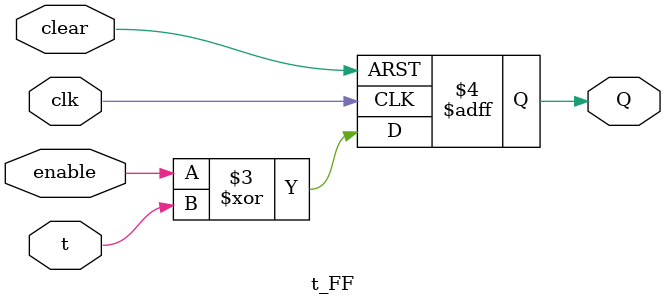
<source format=v>
`timescale 1ns/1ns

module t_FF(input clk, clear, enable, t, output reg Q);	
	always @(posedge clk, negedge clear)
	begin 
		if (!clear)
			Q <= 0;
		else
			Q <= enable^t;
	end	
endmodule
</source>
